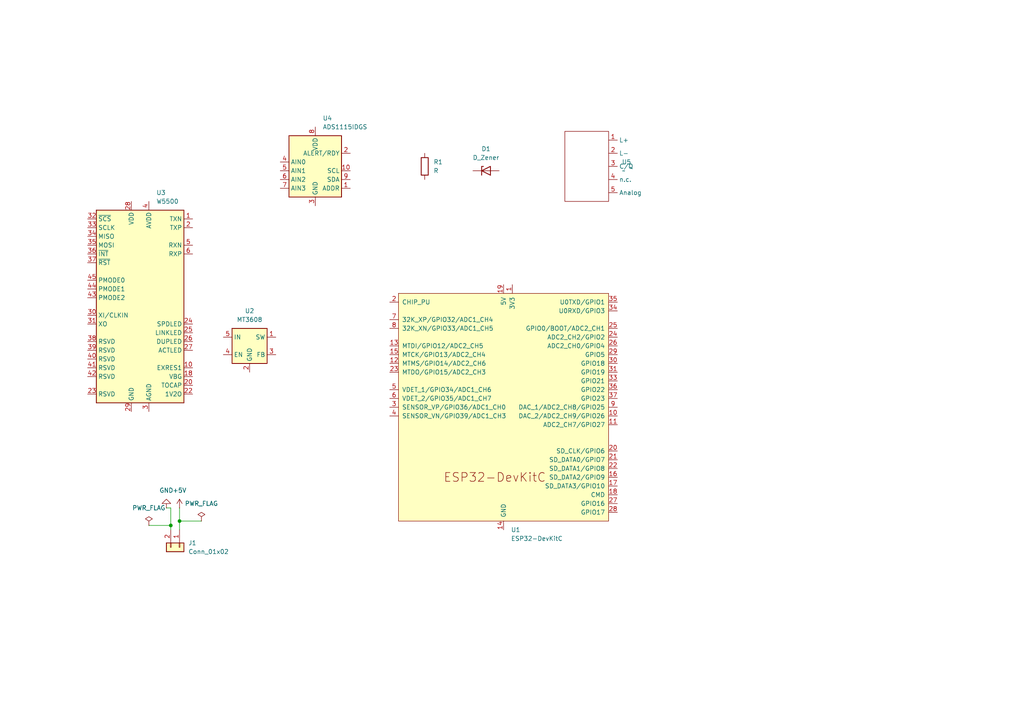
<source format=kicad_sch>
(kicad_sch (version 20250114) (generator "eeschema") (generator_version "9.0")
  (paper "A4")
  (lib_symbols
    (symbol "Analog_ADC:ADS1115IDGS"
      (property "Reference" "U" (at 2.54 13.97 0))
      (property "Value" "ADS1115IDGS" (at 7.62 11.43 0))
      (symbol "ADS1115IDGS_0_1"
        (rectangle (start -7.62 10.16) (end 7.62 -7.62) (stroke (width 0.254)) (fill (type background)))
      )
      (symbol "ADS1115IDGS_1_1"
        (pin input line (at -10.16 2.54 0) (length 2.54) (name "AIN0") (number "4"))
        (pin input line (at -10.16 0 0) (length 2.54) (name "AIN1") (number "5"))
        (pin input line (at -10.16 -2.54 0) (length 2.54) (name "AIN2") (number "6"))
        (pin input line (at -10.16 -5.08 0) (length 2.54) (name "AIN3") (number "7"))
        (pin power_in line (at 0 12.7 270) (length 2.54) (name "VDD") (number "8"))
        (pin power_in line (at 0 -10.16 90) (length 2.54) (name "GND") (number "3"))
        (pin output line (at 10.16 5.08 180) (length 2.54) (name "ALERT/RDY") (number "2"))
        (pin input line (at 10.16 0 180) (length 2.54) (name "SCL") (number "10"))
        (pin bidirectional line (at 10.16 -2.54 180) (length 2.54) (name "SDA") (number "9"))
        (pin input line (at 10.16 -5.08 180) (length 2.54) (name "ADDR") (number "1"))
      )
    )
    (symbol "Connector_Generic:Conn_01x02" (pin_names (offset 1.016) (hide yes))
      (property "Reference" "J" (at 0 2.54 0))
      (property "Value" "Conn_01x02" (at 0 -5.08 0))
      (symbol "Conn_01x02_1_1"
        (rectangle (start -1.27 1.27) (end 1.27 -3.81) (stroke (width 0.254)) (fill (type background)))
        (rectangle (start -1.27 0.127) (end 0 -0.127) (stroke (width 0.1524)))
        (rectangle (start -1.27 -2.413) (end 0 -2.667) (stroke (width 0.1524)))
        (pin passive line (at -5.08 0 0) (length 3.81) (name "Pin_1") (number "1"))
        (pin passive line (at -5.08 -2.54 0) (length 3.81) (name "Pin_2") (number "2"))
      )
    )
    (symbol "Device:D_Zener" (pin_numbers (hide yes)) (pin_names (offset 1.016) (hide yes))
      (property "Reference" "D" (at 0 2.54 0))
      (property "Value" "D_Zener" (at 0 -2.54 0))
      (symbol "D_Zener_0_1"
        (polyline (pts (xy -1.27 -1.27) (xy -1.27 1.27) (xy -0.762 1.27)) (stroke (width 0.254)))
        (polyline (pts (xy 1.27 0) (xy -1.27 0)))
        (polyline (pts (xy 1.27 -1.27) (xy 1.27 1.27) (xy -1.27 0) (xy 1.27 -1.27)) (stroke (width 0.254)))
      )
      (symbol "D_Zener_1_1"
        (pin passive line (at -3.81 0 0) (length 2.54) (name "K") (number "1"))
        (pin passive line (at 3.81 0 180) (length 2.54) (name "A") (number "2"))
      )
    )
    (symbol "Device:R" (pin_numbers (hide yes)) (pin_names (offset 0))
      (property "Reference" "R" (at 2.032 0 90))
      (property "Value" "R" (at 0 0 90))
      (symbol "R_0_1"
        (rectangle (start -1.016 -2.54) (end 1.016 2.54) (stroke (width 0.254)))
      )
      (symbol "R_1_1"
        (pin passive line (at 0 3.81 270) (length 1.27) (name "~") (number "1"))
        (pin passive line (at 0 -3.81 90) (length 1.27) (name "~") (number "2"))
      )
    )
    (symbol "Interface_Ethernet:W5500"
      (property "Reference" "U" (at -11.43 29.21 0))
      (property "Value" "W5500" (at 8.89 29.21 0))
      (symbol "W5500_0_1"
        (rectangle (start -12.7 27.94) (end 12.7 -27.94) (stroke (width 0.254)) (fill (type background)))
      )
      (symbol "W5500_1_1"
        (pin input line (at -15.24 25.4 0) (length 2.54) (name "~{SCS}") (number "32"))
        (pin input line (at -15.24 22.86 0) (length 2.54) (name "SCLK") (number "33"))
        (pin output line (at -15.24 20.32 0) (length 2.54) (name "MISO") (number "34"))
        (pin input line (at -15.24 17.78 0) (length 2.54) (name "MOSI") (number "35"))
        (pin input line (at -15.24 15.24 0) (length 2.54) (name "~{INT}") (number "36"))
        (pin input line (at -15.24 12.7 0) (length 2.54) (name "~{RST}") (number "37"))
        (pin input line (at -15.24 7.62 0) (length 2.54) (name "PMODE0") (number "45"))
        (pin input line (at -15.24 5.08 0) (length 2.54) (name "PMODE1") (number "44"))
        (pin input line (at -15.24 2.54 0) (length 2.54) (name "PMODE2") (number "43"))
        (pin input line (at -15.24 -2.54 0) (length 2.54) (name "XI/CLKIN") (number "30"))
        (pin output line (at -15.24 -5.08 0) (length 2.54) (name "XO") (number "31"))
        (pin input line (at -15.24 -10.16 0) (length 2.54) (name "RSVD") (number "38"))
        (pin input line (at -15.24 -12.7 0) (length 2.54) (name "RSVD") (number "39"))
        (pin input line (at -15.24 -15.24 0) (length 2.54) (name "RSVD") (number "40"))
        (pin input line (at -15.24 -17.78 0) (length 2.54) (name "RSVD") (number "41"))
        (pin input line (at -15.24 -20.32 0) (length 2.54) (name "RSVD") (number "42"))
        (pin input line (at -15.24 -25.4 0) (length 2.54) (name "RSVD") (number "23"))
        (pin power_in line (at -2.54 30.48 270) (length 2.54) (name "VDD") (number "28"))
        (pin power_in line (at -2.54 -30.48 90) (length 2.54) (name "GND") (number "29"))
        (pin passive line (at 2.54 30.48 270) (length 2.54) (hide yes) (name "AVDD") (number "11"))
        (pin passive line (at 2.54 30.48 270) (length 2.54) (hide yes) (name "AVDD") (number "15"))
        (pin passive line (at 2.54 30.48 270) (length 2.54) (hide yes) (name "AVDD") (number "17"))
        (pin passive line (at 2.54 30.48 270) (length 2.54) (hide yes) (name "AVDD") (number "21"))
        (pin power_in line (at 2.54 30.48 270) (length 2.54) (name "AVDD") (number "4"))
        (pin passive line (at 2.54 30.48 270) (length 2.54) (hide yes) (name "AVDD") (number "8"))
        (pin passive line (at 2.54 -30.48 90) (length 2.54) (hide yes) (name "AGND") (number "14"))
        (pin passive line (at 2.54 -30.48 90) (length 2.54) (hide yes) (name "AGND") (number "16"))
        (pin passive line (at 2.54 -30.48 90) (length 2.54) (hide yes) (name "AGND") (number "19"))
        (pin power_in line (at 2.54 -30.48 90) (length 2.54) (name "AGND") (number "3"))
        (pin passive line (at 2.54 -30.48 90) (length 2.54) (hide yes) (name "AGND") (number "48"))
        (pin passive line (at 2.54 -30.48 90) (length 2.54) (hide yes) (name "AGND") (number "9"))
        (pin no_connect line (at 12.7 10.16 180) (length 2.54) (hide yes) (name "DNC") (number "7"))
        (pin no_connect line (at 12.7 7.62 180) (length 2.54) (hide yes) (name "NC") (number "12"))
        (pin no_connect line (at 12.7 5.08 180) (length 2.54) (hide yes) (name "NC") (number "13"))
        (pin no_connect line (at 12.7 2.54 180) (length 2.54) (hide yes) (name "NC") (number "46"))
        (pin no_connect line (at 12.7 0 180) (length 2.54) (hide yes) (name "NC") (number "47"))
        (pin output line (at 15.24 25.4 180) (length 2.54) (name "TXN") (number "1"))
        (pin output line (at 15.24 22.86 180) (length 2.54) (name "TXP") (number "2"))
        (pin input line (at 15.24 17.78 180) (length 2.54) (name "RXN") (number "5"))
        (pin input line (at 15.24 15.24 180) (length 2.54) (name "RXP") (number "6"))
        (pin output line (at 15.24 -5.08 180) (length 2.54) (name "SPDLED") (number "24"))
        (pin output line (at 15.24 -7.62 180) (length 2.54) (name "LINKLED") (number "25"))
        (pin output line (at 15.24 -10.16 180) (length 2.54) (name "DUPLED") (number "26"))
        (pin output line (at 15.24 -12.7 180) (length 2.54) (name "ACTLED") (number "27"))
        (pin passive line (at 15.24 -17.78 180) (length 2.54) (name "EXRES1") (number "10"))
        (pin passive line (at 15.24 -20.32 180) (length 2.54) (name "VBG") (number "18"))
        (pin passive line (at 15.24 -22.86 180) (length 2.54) (name "TOCAP") (number "20"))
        (pin output line (at 15.24 -25.4 180) (length 2.54) (name "1V2O") (number "22"))
      )
    )
    (symbol "PCM_Espressif:ESP32-DevKitC" (pin_names (offset 1.016))
      (property "Reference" "U" (at -30.48 38.1 0))
      (property "Value" "ESP32-DevKitC" (at -30.48 35.56 0))
      (symbol "ESP32-DevKitC_0_0"
        (text "ESP32-DevKitC" (at -2.54 -20.32 0) (effects (font (size 2.54 2.54))))
        (pin power_in line (at 0 35.56 270) (length 2.54) (name "5V") (number "19"))
        (pin power_in line (at 0 -35.56 90) (length 2.54) (name "GND") (number "14"))
      )
      (symbol "ESP32-DevKitC_0_1"
        (rectangle (start -30.48 33.02) (end 30.48 -33.02) (fill (type background)))
      )
      (symbol "ESP32-DevKitC_1_1"
        (pin input line (at -33.02 30.48 0) (length 2.54) (name "CHIP_PU") (number "2"))
        (pin bidirectional line (at -33.02 25.4 0) (length 2.54) (name "32K_XP/GPIO32/ADC1_CH4") (number "7"))
        (pin bidirectional line (at -33.02 22.86 0) (length 2.54) (name "32K_XN/GPIO33/ADC1_CH5") (number "8"))
        (pin bidirectional line (at -33.02 17.78 0) (length 2.54) (name "MTDI/GPIO12/ADC2_CH5") (number "13"))
        (pin bidirectional line (at -33.02 15.24 0) (length 2.54) (name "MTCK/GPIO13/ADC2_CH4") (number "15"))
        (pin bidirectional line (at -33.02 12.7 0) (length 2.54) (name "MTMS/GPIO14/ADC2_CH6") (number "12"))
        (pin bidirectional line (at -33.02 10.16 0) (length 2.54) (name "MTDO/GPIO15/ADC2_CH3") (number "23"))
        (pin input line (at -33.02 5.08 0) (length 2.54) (name "VDET_1/GPIO34/ADC1_CH6") (number "5"))
        (pin input line (at -33.02 2.54 0) (length 2.54) (name "VDET_2/GPIO35/ADC1_CH7") (number "6"))
        (pin input line (at -33.02 0 0) (length 2.54) (name "SENSOR_VP/GPIO36/ADC1_CH0") (number "3"))
        (pin input line (at -33.02 -2.54 0) (length 2.54) (name "SENSOR_VN/GPIO39/ADC1_CH3") (number "4"))
        (pin passive line (at 0 -35.56 90) (length 2.54) (hide yes) (name "GND") (number "32"))
        (pin passive line (at 0 -35.56 90) (length 2.54) (hide yes) (name "GND") (number "38"))
        (pin power_in line (at 2.54 35.56 270) (length 2.54) (name "3V3") (number "1"))
        (pin bidirectional line (at 33.02 30.48 180) (length 2.54) (name "U0TXD/GPIO1") (number "35"))
        (pin bidirectional line (at 33.02 27.94 180) (length 2.54) (name "U0RXD/GPIO3") (number "34"))
        (pin bidirectional line (at 33.02 22.86 180) (length 2.54) (name "GPIO0/BOOT/ADC2_CH1") (number "25"))
        (pin bidirectional line (at 33.02 20.32 180) (length 2.54) (name "ADC2_CH2/GPIO2") (number "24"))
        (pin bidirectional line (at 33.02 17.78 180) (length 2.54) (name "ADC2_CH0/GPIO4") (number "26"))
        (pin bidirectional line (at 33.02 15.24 180) (length 2.54) (name "GPIO5") (number "29"))
        (pin bidirectional line (at 33.02 12.7 180) (length 2.54) (name "GPIO18") (number "30"))
        (pin bidirectional line (at 33.02 10.16 180) (length 2.54) (name "GPIO19") (number "31"))
        (pin bidirectional line (at 33.02 7.62 180) (length 2.54) (name "GPIO21") (number "33"))
        (pin bidirectional line (at 33.02 5.08 180) (length 2.54) (name "GPIO22") (number "36"))
        (pin bidirectional line (at 33.02 2.54 180) (length 2.54) (name "GPIO23") (number "37"))
        (pin bidirectional line (at 33.02 0 180) (length 2.54) (name "DAC_1/ADC2_CH8/GPIO25") (number "9"))
        (pin bidirectional line (at 33.02 -2.54 180) (length 2.54) (name "DAC_2/ADC2_CH9/GPIO26") (number "10"))
        (pin bidirectional line (at 33.02 -5.08 180) (length 2.54) (name "ADC2_CH7/GPIO27") (number "11"))
        (pin bidirectional line (at 33.02 -12.7 180) (length 2.54) (name "SD_CLK/GPIO6") (number "20"))
        (pin bidirectional line (at 33.02 -15.24 180) (length 2.54) (name "SD_DATA0/GPIO7") (number "21"))
        (pin bidirectional line (at 33.02 -17.78 180) (length 2.54) (name "SD_DATA1/GPIO8") (number "22"))
        (pin bidirectional line (at 33.02 -20.32 180) (length 2.54) (name "SD_DATA2/GPIO9") (number "16"))
        (pin bidirectional line (at 33.02 -22.86 180) (length 2.54) (name "SD_DATA3/GPIO10") (number "17"))
        (pin bidirectional line (at 33.02 -25.4 180) (length 2.54) (name "CMD") (number "18"))
        (pin bidirectional line (at 33.02 -27.94 180) (length 2.54) (name "GPIO16") (number "27"))
        (pin bidirectional line (at 33.02 -30.48 180) (length 2.54) (name "GPIO17") (number "28"))
      )
    )
    (symbol "Regulator_Switching:MT3608"
      (property "Reference" "U" (at -2.54 8.89 0))
      (property "Value" "MT3608" (at -3.81 6.35 0))
      (symbol "MT3608_0_1"
        (rectangle (start -5.08 5.08) (end 5.08 -5.08) (stroke (width 0.254)) (fill (type background)))
      )
      (symbol "MT3608_1_1"
        (pin power_in line (at -7.62 2.54 0) (length 2.54) (name "IN") (number "5"))
        (pin input line (at -7.62 -2.54 0) (length 2.54) (name "EN") (number "4"))
        (pin power_in line (at 0 -7.62 90) (length 2.54) (name "GND") (number "2"))
        (pin no_connect line (at 5.08 0 180) (length 2.54) (hide yes) (name "NC") (number "6"))
        (pin passive line (at 7.62 2.54 180) (length 2.54) (name "SW") (number "1"))
        (pin input line (at 7.62 -2.54 180) (length 2.54) (name "FB") (number "3"))
      )
    )
    (symbol "Sensor:PMI40"
      (property "Reference" "U" (at 0 0 0))
      (symbol "PMI40_0_1"
        (rectangle (start 6.35 10.16) (end -6.35 -10.16))
      )
      (symbol "PMI40_1_1"
        (pin input line (at 6.35 7.62 0) (length 2.54) (name "L+") (number "1"))
        (pin input line (at 6.35 3.81 0) (length 2.54) (name "L-") (number "2"))
        (pin input line (at 6.35 0 0) (length 2.54) (name "C/Q") (number "3"))
        (pin input line (at 6.35 -3.81 0) (length 2.54) (name "n.c.") (number "4"))
        (pin input line (at 6.35 -7.62 0) (length 2.54) (name "Analog") (number "5"))
      )
    )
    (symbol "power:+5V" (power) (pin_numbers (hide yes)) (pin_names (offset 0) (hide yes))
      (property "Value" "+5V" (at 0 3.556 0))
      (symbol "+5V_0_1"
        (polyline (pts (xy -0.762 1.27) (xy 0 2.54)))
        (polyline (pts (xy 0 2.54) (xy 0.762 1.27)))
        (polyline (pts (xy 0 0) (xy 0 2.54)))
      )
      (symbol "+5V_1_1"
        (pin power_in line (at 0 0 90) (length 0) (name "~") (number "1"))
      )
    )
    (symbol "power:GND" (power) (pin_numbers (hide yes)) (pin_names (offset 0) (hide yes))
      (property "Value" "GND" (at 0 -3.81 0))
      (symbol "GND_0_1"
        (polyline (pts (xy 0 0) (xy 0 -1.27) (xy 1.27 -1.27) (xy 0 -2.54) (xy -1.27 -1.27) (xy 0 -1.27)))
      )
      (symbol "GND_1_1"
        (pin power_in line (at 0 0 270) (length 0) (name "~") (number "1"))
      )
    )
    (symbol "power:PWR_FLAG" (power) (pin_numbers (hide yes)) (pin_names (offset 0) (hide yes))
      (property "Value" "PWR_FLAG" (at 0 3.81 0))
      (symbol "PWR_FLAG_0_0"
        (pin power_out line (at 0 0 90) (length 0) (name "~") (number "1"))
      )
      (symbol "PWR_FLAG_0_1"
        (polyline (pts (xy 0 0) (xy 0 1.27) (xy -1.016 1.905) (xy 0 2.54) (xy 1.016 1.905) (xy 0 1.27)))
      )
    )
  )
  (junction (at 49.53 152.4))
  (junction (at 52.07 151.13))
  (wire (pts (xy 49.53 147.32) (xy 49.53 152.4)))
  (wire (pts (xy 43.18 152.4) (xy 49.53 152.4)))
  (wire (pts (xy 52.07 147.32) (xy 52.07 151.13)))
  (wire (pts (xy 52.07 151.13) (xy 58.42 151.13)))
  (wire (pts (xy 49.53 152.4) (xy 49.53 153.67)))
  (wire (pts (xy 52.07 151.13) (xy 52.07 153.67)))
  (wire (pts (xy 48.26 147.32) (xy 49.53 147.32)))
  (symbol (lib_id "PCM_Espressif:ESP32-DevKitC") (at 146.05 118.11 0) (unit 1)
    (property "Reference" "U1" (at 148.1933 153.67 0) (effects (justify left)))
    (property "Value" "ESP32-DevKitC" (at 148.1933 156.21 0) (effects (justify left)))
    (property "Footprint" "PCM_Espressif:ESP32-DevKitC" (effects (hide yes)))
    (property "Datasheet" "https://docs.espressif.com/projects/esp-idf/zh_CN/latest/esp32/hw-reference/esp32/get-started-devkitc.html" (effects (hide yes)))
    (property "Description" "Development Kit" (effects (hide yes)))
  )
  (symbol (lib_id "power:+5V") (at 52.07 147.32 0) (unit 1)
    (property "Reference" "#PWR01" (effects (hide yes)))
    (property "Value" "+5V" (at 52.07 142.24 0))
    (property "Description" "Power symbol creates a global label with name \"+5V\"" (effects (hide yes)))
  )
  (symbol (lib_id "Analog_ADC:ADS1115IDGS") (at 91.44 49.53 0) (unit 1)
    (property "Reference" "U4" (at 93.5833 34.29 0) (effects (justify left)))
    (property "Value" "ADS1115IDGS" (at 93.5833 36.83 0) (effects (justify left)))
    (property "Footprint" "Package_SO:TSSOP-10_3x3mm_P0.5mm" (effects (hide yes)))
    (property "Datasheet" "http://www.ti.com/lit/ds/symlink/ads1113.pdf" (effects (hide yes)))
    (property "Description" "Ultra-Small, Low-Power, I2C-Compatible, 860-SPS, 16-Bit ADCs With Internal Reference, Oscillator, and Programmable Comparator, VSSOP-10" (effects (hide yes)))
  )
  (symbol (lib_id "power:PWR_FLAG") (at 58.42 151.13 0) (unit 1)
    (property "Reference" "#FLG01" (effects (hide yes)))
    (property "Value" "PWR_FLAG" (at 58.42 146.05 0))
    (property "Description" "Special symbol for telling ERC where power comes from" (effects (hide yes)))
  )
  (symbol (lib_id "power:GND") (at 48.26 147.32 180) (unit 1)
    (property "Reference" "#PWR02" (effects (hide yes)))
    (property "Value" "GND" (at 48.26 142.24 0))
    (property "Description" "Power symbol creates a global label with name \"GND\" , ground" (effects (hide yes)))
  )
  (symbol (lib_id "power:PWR_FLAG") (at 43.18 152.4 0) (unit 1)
    (property "Reference" "#FLG02" (effects (hide yes)))
    (property "Value" "PWR_FLAG" (at 43.18 147.32 0))
    (property "Description" "Special symbol for telling ERC where power comes from" (effects (hide yes)))
  )
  (symbol (lib_id "Connector_Generic:Conn_01x02") (at 52.07 158.75 270) (unit 1)
    (property "Reference" "J1" (at 54.61 157.4799 90) (effects (justify left)))
    (property "Value" "Conn_01x02" (at 54.61 160.0199 90) (effects (justify left)))
    (property "Description" "Generic connector, single row, 01x02, script generated (kicad-library-utils/schlib/autogen/connector/)" (effects (hide yes)))
  )
  (symbol (lib_id "Device:D_Zener") (at 140.97 49.53 0) (unit 1)
    (property "Reference" "D1" (at 140.97 43.18 0))
    (property "Value" "D_Zener" (at 140.97 45.72 0))
    (property "Description" "Zener diode" (effects (hide yes)))
  )
  (symbol (lib_id "Regulator_Switching:MT3608") (at 72.39 100.33 0) (unit 1)
    (property "Reference" "U2" (at 72.39 90.17 0))
    (property "Value" "MT3608" (at 72.39 92.71 0))
    (property "Footprint" "Package_TO_SOT_SMD:SOT-23-6" (effects (hide yes)))
    (property "Datasheet" "https://www.olimex.com/Products/Breadboarding/BB-PWR-3608/resources/MT3608.pdf" (effects (hide yes)))
    (property "Description" "High Efficiency 1.2MHz 2A Step Up Converter, 2-24V Vin, 28V Vout, 4A current limit, 1.2MHz, SOT23-6" (effects (hide yes)))
  )
  (symbol (lib_id "Device:R") (at 123.19 48.26 0) (unit 1)
    (property "Reference" "R1" (at 125.73 46.9899 0) (effects (justify left)))
    (property "Value" "R" (at 125.73 49.5299 0) (effects (justify left)))
    (property "Description" "Resistor" (effects (hide yes)))
  )
  (symbol (lib_id "Interface_Ethernet:W5500") (at 40.64 88.9 0) (unit 1)
    (property "Reference" "U3" (at 45.3233 55.88 0) (effects (justify left)))
    (property "Value" "W5500" (at 45.3233 58.42 0) (effects (justify left)))
    (property "Footprint" "Package_QFP:LQFP-48_7x7mm_P0.5mm" (effects (hide yes)))
    (property "Datasheet" "http://wizwiki.net/wiki/lib/exe/fetch.php/products:w5500:w5500_ds_v109e.pdf" (effects (hide yes)))
    (property "Description" "10/100Mb SPI Ethernet controller with TCP/IP stack, LQFP-48" (effects (hide yes)))
  )
  (symbol (lib_id "Sensor:PMI40") (at 170.18 48.26 0) (unit 1)
    (property "Reference" "U5" (at 180.34 46.9899 0) (effects (justify left)))
    (property "Value" "~" (at 180.34 49.5299 0) (effects (justify left)))
  )
)
</source>
